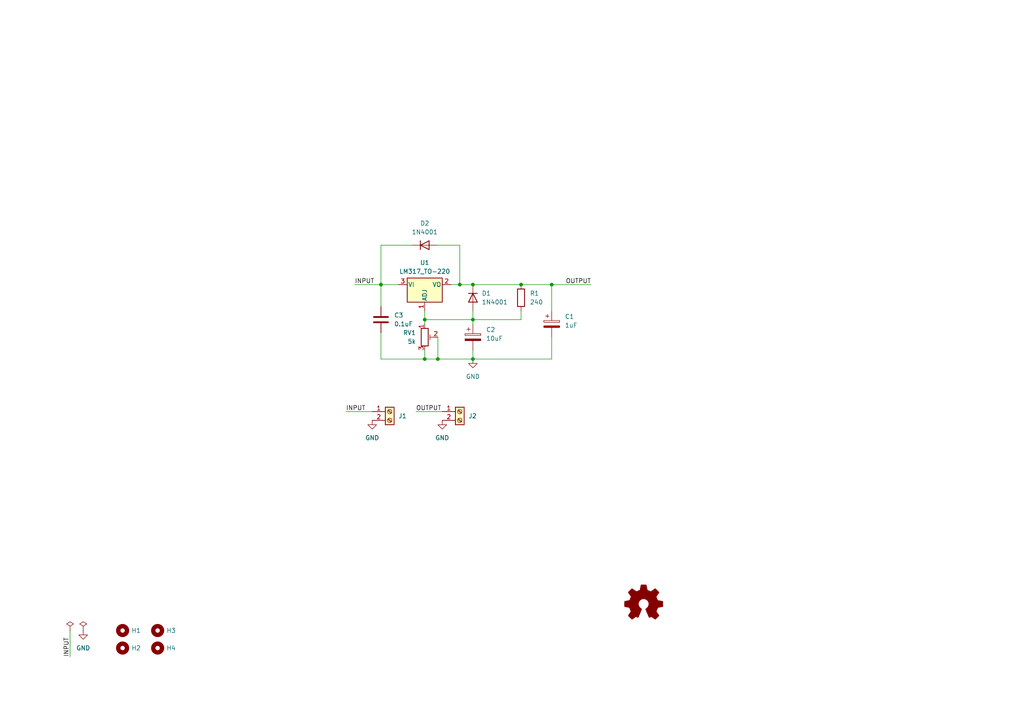
<source format=kicad_sch>
(kicad_sch (version 20230121) (generator eeschema)
  (paper "A4")
  (lib_symbols
    (symbol "Connector:Screw_Terminal_01x02" (pin_names (offset 1.016) hide)
      (property "Reference" "J" (at 0 2.54 0))
      (property "Value" "Screw_Terminal_01x02" (at 0 -5.08 0))
      (symbol "Screw_Terminal_01x02_1_1"
        (rectangle (start -1.27 1.27) (end 1.27 -3.81) (stroke (width 0.254)) (fill (type background)))
        (circle (center 0 -2.54) (radius 0.635) (stroke (width 0.1524)))
        (polyline (pts (xy -0.5334 -2.2098) (xy 0.3302 -3.048)) (stroke (width 0.1524)))
        (polyline (pts (xy -0.5334 0.3302) (xy 0.3302 -0.508)) (stroke (width 0.1524)))
        (polyline (pts (xy -0.3556 -2.032) (xy 0.508 -2.8702)) (stroke (width 0.1524)))
        (polyline (pts (xy -0.3556 0.508) (xy 0.508 -0.3302)) (stroke (width 0.1524)))
        (circle (center 0 0) (radius 0.635) (stroke (width 0.1524)))
        (pin passive line (at -5.08 0 0) (length 3.81) (name "Pin_1") (number "1"))
        (pin passive line (at -5.08 -2.54 0) (length 3.81) (name "Pin_2") (number "2"))
      )
    )
    (symbol "Device:C" (pin_numbers hide) (pin_names (offset 0.254))
      (property "Reference" "C" (at 0.635 2.54 0))
      (property "Value" "C" (at 0.635 -2.54 0))
      (symbol "C_0_1"
        (polyline (pts (xy -2.032 -0.762) (xy 2.032 -0.762)) (stroke (width 0.508)))
        (polyline (pts (xy -2.032 0.762) (xy 2.032 0.762)) (stroke (width 0.508)))
      )
      (symbol "C_1_1"
        (pin passive line (at 0 3.81 270) (length 2.794) (name "~") (number "1"))
        (pin passive line (at 0 -3.81 90) (length 2.794) (name "~") (number "2"))
      )
    )
    (symbol "Device:C_Polarized" (pin_numbers hide) (pin_names (offset 0.254))
      (property "Reference" "C" (at 0.635 2.54 0))
      (property "Value" "C_Polarized" (at 0.635 -2.54 0))
      (symbol "C_Polarized_0_1"
        (rectangle (start -2.286 0.508) (end 2.286 1.016))
        (polyline (pts (xy -1.778 2.286) (xy -0.762 2.286)))
        (polyline (pts (xy -1.27 2.794) (xy -1.27 1.778)))
        (rectangle (start 2.286 -0.508) (end -2.286 -1.016) (fill (type outline)))
      )
      (symbol "C_Polarized_1_1"
        (pin passive line (at 0 3.81 270) (length 2.794) (name "~") (number "1"))
        (pin passive line (at 0 -3.81 90) (length 2.794) (name "~") (number "2"))
      )
    )
    (symbol "Device:R" (pin_numbers hide) (pin_names (offset 0))
      (property "Reference" "R" (at 2.032 0 90))
      (property "Value" "R" (at 0 0 90))
      (symbol "R_0_1"
        (rectangle (start -1.016 -2.54) (end 1.016 2.54) (stroke (width 0.254)))
      )
      (symbol "R_1_1"
        (pin passive line (at 0 3.81 270) (length 1.27) (name "~") (number "1"))
        (pin passive line (at 0 -3.81 90) (length 1.27) (name "~") (number "2"))
      )
    )
    (symbol "Device:R_Potentiometer_Trim" (pin_names (offset 1.016) hide)
      (property "Reference" "RV" (at -4.445 0 90))
      (property "Value" "R_Potentiometer_Trim" (at -2.54 0 90))
      (symbol "R_Potentiometer_Trim_0_1"
        (polyline (pts (xy 1.524 0.762) (xy 1.524 -0.762)))
        (polyline (pts (xy 2.54 0) (xy 1.524 0)))
        (rectangle (start 1.016 2.54) (end -1.016 -2.54) (stroke (width 0.254)))
      )
      (symbol "R_Potentiometer_Trim_1_1"
        (pin passive line (at 0 3.81 270) (length 1.27) (name "1") (number "1"))
        (pin passive line (at 3.81 0 180) (length 1.27) (name "2") (number "2"))
        (pin passive line (at 0 -3.81 90) (length 1.27) (name "3") (number "3"))
      )
    )
    (symbol "Diode:1N4001" (pin_numbers hide) (pin_names hide)
      (property "Reference" "D" (at 0 2.54 0))
      (property "Value" "1N4001" (at 0 -2.54 0))
      (symbol "1N4001_0_1"
        (polyline (pts (xy -1.27 1.27) (xy -1.27 -1.27)) (stroke (width 0.254)))
        (polyline (pts (xy 1.27 0) (xy -1.27 0)))
        (polyline (pts (xy 1.27 1.27) (xy 1.27 -1.27) (xy -1.27 0) (xy 1.27 1.27)) (stroke (width 0.254)))
      )
      (symbol "1N4001_1_1"
        (pin passive line (at -3.81 0 0) (length 2.54) (name "K") (number "1"))
        (pin passive line (at 3.81 0 180) (length 2.54) (name "A") (number "2"))
      )
    )
    (symbol "Graphic:Logo_Open_Hardware_Small" (in_bom no) (on_board no)
      (symbol "Logo_Open_Hardware_Small_0_1"
        (polyline (pts (xy 3.3528 -4.3434) (xy 3.302 -4.318) (xy 3.175 -4.2418) (xy 2.9972 -4.1148) (xy 2.7686 -3.9624) (xy 2.54 -3.81) (xy 2.3622 -3.7084) (xy 2.2352 -3.6068) (xy 2.1844 -3.5814) (xy 2.159 -3.6068) (xy 2.0574 -3.6576) (xy 1.905 -3.7338) (xy 1.8034 -3.7846) (xy 1.6764 -3.8354) (xy 1.6002 -3.8354) (xy 1.6002 -3.8354) (xy 1.5494 -3.7338) (xy 1.4732 -3.5306) (xy 1.3462 -3.302) (xy 1.2446 -3.0226) (xy 1.1176 -2.7178) (xy 0.9652 -2.413) (xy 0.8636 -2.1082) (xy 0.7366 -1.8288) (xy 0.6604 -1.6256) (xy 0.6096 -1.4732) (xy 0.5842 -1.397) (xy 0.5842 -1.397) (xy 0.6604 -1.3208) (xy 0.7874 -1.2446) (xy 1.0414 -1.016) (xy 1.2954 -0.6858) (xy 1.4478 -0.3302) (xy 1.524 0.0762) (xy 1.4732 0.4572) (xy 1.3208 0.8128) (xy 1.0668 1.143) (xy 0.762 1.3716) (xy 0.4064 1.524) (xy 0 1.5748) (xy -0.381 1.5494) (xy -0.7366 1.397) (xy -1.0668 1.143) (xy -1.2192 0.9906) (xy -1.397 0.6604) (xy -1.524 0.3048) (xy -1.524 0.2286) (xy -1.4986 -0.1778) (xy -1.397 -0.5334) (xy -1.1938 -0.8636) (xy -0.9144 -1.143) (xy -0.8636 -1.1684) (xy -0.7366 -1.27) (xy -0.635 -1.3462) (xy -0.5842 -1.397) (xy -1.0668 -2.5908) (xy -1.143 -2.794) (xy -1.2954 -3.1242) (xy -1.397 -3.4036) (xy -1.4986 -3.6322) (xy -1.5748 -3.7846) (xy -1.6002 -3.8354) (xy -1.6002 -3.8354) (xy -1.651 -3.8354) (xy -1.7272 -3.81) (xy -1.905 -3.7338) (xy -2.0066 -3.683) (xy -2.1336 -3.6068) (xy -2.2098 -3.5814) (xy -2.2606 -3.6068) (xy -2.3622 -3.683) (xy -2.54 -3.81) (xy -2.7686 -3.9624) (xy -2.9718 -4.0894) (xy -3.1496 -4.2164) (xy -3.302 -4.318) (xy -3.3528 -4.3434) (xy -3.3782 -4.3434) (xy -3.429 -4.318) (xy -3.5306 -4.2164) (xy -3.7084 -4.064) (xy -3.937 -3.8354) (xy -3.9624 -3.81) (xy -4.1656 -3.6068) (xy -4.318 -3.4544) (xy -4.4196 -3.3274) (xy -4.445 -3.2766) (xy -4.445 -3.2766) (xy -4.4196 -3.2258) (xy -4.318 -3.0734) (xy -4.2164 -2.8956) (xy -4.064 -2.667) (xy -3.6576 -2.0828) (xy -3.8862 -1.5494) (xy -3.937 -1.3716) (xy -4.0386 -1.1684) (xy -4.0894 -1.0414) (xy -4.1148 -0.9652) (xy -4.191 -0.9398) (xy -4.318 -0.9144) (xy -4.5466 -0.8636) (xy -4.8006 -0.8128) (xy -5.0546 -0.7874) (xy -5.2578 -0.7366) (xy -5.4356 -0.7112) (xy -5.5118 -0.6858) (xy -5.5118 -0.6858) (xy -5.5372 -0.635) (xy -5.5372 -0.5588) (xy -5.5372 -0.4318) (xy -5.5626 -0.2286) (xy -5.5626 0.0762) (xy -5.5626 0.127) (xy -5.5372 0.4064) (xy -5.5372 0.635) (xy -5.5372 0.762) (xy -5.5372 0.8382) (xy -5.5372 0.8382) (xy -5.461 0.8382) (xy -5.3086 0.889) (xy -5.08 0.9144) (xy -4.826 0.9652) (xy -4.8006 0.9906) (xy -4.5466 1.0414) (xy -4.318 1.0668) (xy -4.1656 1.1176) (xy -4.0894 1.143) (xy -4.0894 1.143) (xy -4.0386 1.2446) (xy -3.9624 1.4224) (xy -3.8608 1.6256) (xy -3.7846 1.8288) (xy -3.7084 2.0066) (xy -3.6576 2.159) (xy -3.6322 2.2098) (xy -3.6322 2.2098) (xy -3.683 2.286) (xy -3.7592 2.413) (xy -3.8862 2.5908) (xy -4.064 2.8194) (xy -4.064 2.8448) (xy -4.2164 3.0734) (xy -4.3434 3.2512) (xy -4.4196 3.3782) (xy -4.445 3.4544) (xy -4.445 3.4544) (xy -4.3942 3.5052) (xy -4.2926 3.6322) (xy -4.1148 3.81) (xy -3.937 4.0132) (xy -3.8608 4.064) (xy -3.6576 4.2926) (xy -3.5052 4.4196) (xy -3.4036 4.4958) (xy -3.3528 4.5212) (xy -3.3528 4.5212) (xy -3.302 4.4704) (xy -3.1496 4.3688) (xy -2.9718 4.2418) (xy -2.7432 4.0894) (xy -2.7178 4.0894) (xy -2.4892 3.937) (xy -2.3114 3.81) (xy -2.1844 3.7084) (xy -2.1336 3.683) (xy -2.1082 3.683) (xy -2.032 3.7084) (xy -1.8542 3.7592) (xy -1.6764 3.8354) (xy -1.4732 3.937) (xy -1.27 4.0132) (xy -1.143 4.064) (xy -1.0668 4.1148) (xy -1.0668 4.1148) (xy -1.0414 4.191) (xy -1.016 4.3434) (xy -0.9652 4.572) (xy -0.9144 4.8514) (xy -0.889 4.9022) (xy -0.8382 5.1562) (xy -0.8128 5.3848) (xy -0.7874 5.5372) (xy -0.762 5.588) (xy -0.7112 5.6134) (xy -0.5842 5.6134) (xy -0.4064 5.6134) (xy -0.1524 5.6134) (xy 0.0762 5.6134) (xy 0.3302 5.6134) (xy 0.5334 5.6134) (xy 0.6858 5.588) (xy 0.7366 5.588) (xy 0.7366 5.588) (xy 0.762 5.5118) (xy 0.8128 5.334) (xy 0.8382 5.1054) (xy 0.9144 4.826) (xy 0.9144 4.7752) (xy 0.9652 4.5212) (xy 1.016 4.2926) (xy 1.0414 4.1402) (xy 1.0668 4.0894) (xy 1.0668 4.0894) (xy 1.1938 4.0386) (xy 1.3716 3.9624) (xy 1.5748 3.8608) (xy 2.0828 3.6576) (xy 2.7178 4.0894) (xy 2.7686 4.1402) (xy 2.9972 4.2926) (xy 3.175 4.4196) (xy 3.302 4.4958) (xy 3.3782 4.5212) (xy 3.3782 4.5212) (xy 3.429 4.4704) (xy 3.556 4.3434) (xy 3.7338 4.191) (xy 3.9116 3.9878) (xy 4.064 3.8354) (xy 4.2418 3.6576) (xy 4.3434 3.556) (xy 4.4196 3.4798) (xy 4.4196 3.429) (xy 4.4196 3.4036) (xy 4.3942 3.3274) (xy 4.2926 3.2004) (xy 4.1656 2.9972) (xy 4.0132 2.794) (xy 3.8862 2.5908) (xy 3.7592 2.3876) (xy 3.6576 2.2352) (xy 3.6322 2.159) (xy 3.6322 2.1336) (xy 3.683 2.0066) (xy 3.7592 1.8288) (xy 3.8608 1.6002) (xy 4.064 1.1176) (xy 4.3942 1.0414) (xy 4.5974 1.016) (xy 4.8768 0.9652) (xy 5.1308 0.9144) (xy 5.5372 0.8382) (xy 5.5626 -0.6604) (xy 5.4864 -0.6858) (xy 5.4356 -0.6858) (xy 5.2832 -0.7366) (xy 5.0546 -0.762) (xy 4.8006 -0.8128) (xy 4.5974 -0.8636) (xy 4.3688 -0.9144) (xy 4.2164 -0.9398) (xy 4.1402 -0.9398) (xy 4.1148 -0.9652) (xy 4.064 -1.0668) (xy 3.9878 -1.2446) (xy 3.9116 -1.4478) (xy 3.81 -1.651) (xy 3.7338 -1.8542) (xy 3.683 -2.0066) (xy 3.6576 -2.0828) (xy 3.683 -2.1336) (xy 3.7846 -2.2606) (xy 3.8862 -2.4638) (xy 4.0386 -2.667) (xy 4.191 -2.8956) (xy 4.318 -3.0734) (xy 4.3942 -3.2004) (xy 4.445 -3.2766) (xy 4.4196 -3.3274) (xy 4.3434 -3.429) (xy 4.1656 -3.5814) (xy 3.937 -3.8354) (xy 3.8862 -3.8608) (xy 3.683 -4.064) (xy 3.5306 -4.2164) (xy 3.4036 -4.318) (xy 3.3528 -4.3434)) (fill (type outline)))
      )
    )
    (symbol "Mechanical:MountingHole" (pin_names (offset 1.016))
      (property "Reference" "H" (at 0 5.08 0))
      (property "Value" "MountingHole" (at 0 3.175 0))
      (symbol "MountingHole_0_1"
        (circle (center 0 0) (radius 1.27) (stroke (width 1.27)))
      )
    )
    (symbol "Regulator_Linear:LM317_TO-220" (pin_names (offset 0.254))
      (property "Reference" "U" (at -3.81 3.175 0))
      (property "Value" "LM317_TO-220" (at 0 3.175 0))
      (symbol "LM317_TO-220_0_1"
        (rectangle (start -5.08 1.905) (end 5.08 -5.08) (stroke (width 0.254)) (fill (type background)))
      )
      (symbol "LM317_TO-220_1_1"
        (pin input line (at 0 -7.62 90) (length 2.54) (name "ADJ") (number "1"))
        (pin power_out line (at 7.62 0 180) (length 2.54) (name "VO") (number "2"))
        (pin power_in line (at -7.62 0 0) (length 2.54) (name "VI") (number "3"))
      )
    )
    (symbol "power:GND" (power) (pin_names (offset 0))
      (property "Value" "GND" (at 0 -3.81 0))
      (symbol "GND_0_1"
        (polyline (pts (xy 0 0) (xy 0 -1.27) (xy 1.27 -1.27) (xy 0 -2.54) (xy -1.27 -1.27) (xy 0 -1.27)))
      )
      (symbol "GND_1_1"
        (pin power_in line (at 0 0 270) (length 0) hide (name "GND") (number "1"))
      )
    )
    (symbol "power:PWR_FLAG" (power) (pin_numbers hide) (pin_names (offset 0) hide)
      (property "Value" "PWR_FLAG" (at 0 3.81 0))
      (symbol "PWR_FLAG_0_0"
        (pin power_out line (at 0 0 90) (length 0) (name "pwr") (number "1"))
      )
      (symbol "PWR_FLAG_0_1"
        (polyline (pts (xy 0 0) (xy 0 1.27) (xy -1.016 1.905) (xy 0 2.54) (xy 1.016 1.905) (xy 0 1.27)))
      )
    )
  )
  (junction (at 123.19 92.71))
  (junction (at 137.16 92.71))
  (junction (at 123.19 104.14))
  (junction (at 110.49 82.55))
  (junction (at 151.13 82.55))
  (junction (at 133.35 82.55))
  (junction (at 127 104.14))
  (junction (at 137.16 104.14))
  (junction (at 160.02 82.55))
  (junction (at 137.16 82.55))
  (wire (pts (xy 100.33 119.38) (xy 107.95 119.38)))
  (wire (pts (xy 133.35 82.55) (xy 137.16 82.55)))
  (wire (pts (xy 102.87 82.55) (xy 110.49 82.55)))
  (wire (pts (xy 123.19 104.14) (xy 110.49 104.14)))
  (wire (pts (xy 151.13 82.55) (xy 160.02 82.55)))
  (wire (pts (xy 133.35 71.12) (xy 133.35 82.55)))
  (wire (pts (xy 123.19 104.14) (xy 127 104.14)))
  (wire (pts (xy 137.16 82.55) (xy 151.13 82.55)))
  (wire (pts (xy 127 97.79) (xy 127 104.14)))
  (wire (pts (xy 137.16 101.6) (xy 137.16 104.14)))
  (wire (pts (xy 137.16 92.71) (xy 137.16 93.98)))
  (wire (pts (xy 119.38 71.12) (xy 110.49 71.12)))
  (wire (pts (xy 120.65 119.38) (xy 128.27 119.38)))
  (wire (pts (xy 127 104.14) (xy 137.16 104.14)))
  (wire (pts (xy 110.49 96.52) (xy 110.49 104.14)))
  (wire (pts (xy 151.13 92.71) (xy 137.16 92.71)))
  (wire (pts (xy 130.81 82.55) (xy 133.35 82.55)))
  (wire (pts (xy 110.49 82.55) (xy 115.57 82.55)))
  (wire (pts (xy 137.16 104.14) (xy 160.02 104.14)))
  (wire (pts (xy 127 71.12) (xy 133.35 71.12)))
  (wire (pts (xy 123.19 90.17) (xy 123.19 92.71)))
  (wire (pts (xy 160.02 97.79) (xy 160.02 104.14)))
  (wire (pts (xy 137.16 90.17) (xy 137.16 92.71)))
  (wire (pts (xy 20.32 182.88) (xy 20.32 190.5)))
  (wire (pts (xy 123.19 101.6) (xy 123.19 104.14)))
  (wire (pts (xy 151.13 90.17) (xy 151.13 92.71)))
  (wire (pts (xy 123.19 92.71) (xy 137.16 92.71)))
  (wire (pts (xy 160.02 82.55) (xy 171.45 82.55)))
  (wire (pts (xy 110.49 71.12) (xy 110.49 82.55)))
  (wire (pts (xy 123.19 92.71) (xy 123.19 93.98)))
  (wire (pts (xy 110.49 88.9) (xy 110.49 82.55)))
  (wire (pts (xy 160.02 82.55) (xy 160.02 90.17)))
  (label "INPUT" (at 100.33 119.38 0))
  (label "INPUT" (at 102.87 82.55 0))
  (label "INPUT" (at 20.32 190.5 90))
  (label "OUTPUT" (at 120.65 119.38 0))
  (label "OUTPUT" (at 171.45 82.55 180))
  (symbol (lib_id "Mechanical:MountingHole") (at 35.56 187.96 0) (unit 1)
    (property "Reference" "H2" (at 38.1 187.96 0) (effects (justify left)))
    (property "Value" "MountingHole" (effects hide))
    (property "Footprint" "MountingHole:MountingHole_2.1mm" (effects hide))
  )
  (symbol (lib_id "Connector:Screw_Terminal_01x02") (at 133.35 119.38 0) (unit 1)
    (property "Reference" "J2" (at 135.89 120.65 0) (effects (justify left)))
    (property "Value" "Output" (effects hide))
    (property "Footprint" "TerminalBlock:TerminalBlock_bornier-2_P5.08mm" (effects hide))
  )
  (symbol (lib_id "Diode:1N4001") (at 137.16 86.36 270) (unit 1)
    (property "Reference" "D1" (at 139.7 85.09 90) (effects (justify left)))
    (property "Value" "1N4001" (at 139.7 87.63 90) (effects (justify left)))
    (property "Footprint" "Diode_THT:D_DO-41_SOD81_P10.16mm_Horizontal" (effects hide))
    (property "Datasheet" "http://www.vishay.com/docs/88503/1n4001.pdf" (effects hide))
    (property "Sim.Device" "D" (effects hide))
    (property "Sim.Pins" "1=K 2=A" (effects hide))
  )
  (symbol (lib_id "Mechanical:MountingHole") (at 35.56 182.88 0) (unit 1)
    (property "Reference" "H1" (at 38.1 182.88 0) (effects (justify left)))
    (property "Value" "MountingHole" (effects hide))
    (property "Footprint" "MountingHole:MountingHole_2.1mm" (effects hide))
  )
  (symbol (lib_id "Mechanical:MountingHole") (at 45.72 182.88 0) (unit 1)
    (property "Reference" "H3" (at 48.26 182.88 0) (effects (justify left)))
    (property "Value" "MountingHole" (effects hide))
    (property "Footprint" "MountingHole:MountingHole_2.1mm" (effects hide))
  )
  (symbol (lib_id "Device:R") (at 151.13 86.36 0) (unit 1)
    (property "Reference" "R1" (at 153.67 85.09 0) (effects (justify left)))
    (property "Value" "240" (at 153.67 87.63 0) (effects (justify left)))
    (property "Footprint" "Resistor_THT:R_Axial_DIN0207_L6.3mm_D2.5mm_P10.16mm_Horizontal" (effects hide))
  )
  (symbol (lib_id "Graphic:Logo_Open_Hardware_Small") (at 186.69 175.26 0) (unit 1) (in_bom no)
    (property "Reference" "SYM1" (effects hide))
    (property "Value" "Logo_Open_Hardware_Small" (effects hide))
    (property "Footprint" "Symbol:OSHW-Symbol_6.7x6mm_Copper" (effects hide))
    (property "Sim.Enable" "0" (effects hide))
  )
  (symbol (lib_id "Device:C") (at 110.49 92.71 0) (unit 1)
    (property "Reference" "C3" (at 114.3 91.44 0) (effects (justify left)))
    (property "Value" "0.1uF" (at 114.3 93.98 0) (effects (justify left)))
    (property "Footprint" "Capacitor_THT:C_Disc_D8.0mm_W5.0mm_P5.00mm" (effects hide))
  )
  (symbol (lib_id "Device:R_Potentiometer_Trim") (at 123.19 97.79 0) (unit 1)
    (property "Reference" "RV1" (at 120.65 96.52 0) (effects (justify right)))
    (property "Value" "5k" (at 120.65 99.06 0) (effects (justify right)))
    (property "Footprint" "Potentiometer_THT:Potentiometer_Bourns_3296W_Vertical" (effects hide))
  )
  (symbol (lib_id "Device:C_Polarized") (at 160.02 93.98 0) (unit 1)
    (property "Reference" "C1" (at 163.83 91.821 0) (effects (justify left)))
    (property "Value" "1uF" (at 163.83 94.361 0) (effects (justify left)))
    (property "Footprint" "Capacitor_THT:CP_Radial_D5.0mm_P2.50mm" (effects hide))
  )
  (symbol (lib_id "Device:C_Polarized") (at 137.16 97.79 0) (unit 1)
    (property "Reference" "C2" (at 140.97 95.631 0) (effects (justify left)))
    (property "Value" "10uF" (at 140.97 98.171 0) (effects (justify left)))
    (property "Footprint" "Capacitor_THT:CP_Radial_D5.0mm_P2.50mm" (effects hide))
  )
  (symbol (lib_id "Connector:Screw_Terminal_01x02") (at 113.03 119.38 0) (unit 1)
    (property "Reference" "J1" (at 115.57 120.65 0) (effects (justify left)))
    (property "Value" "Input" (effects hide))
    (property "Footprint" "TerminalBlock:TerminalBlock_bornier-2_P5.08mm" (effects hide))
  )
  (symbol (lib_id "power:GND") (at 24.13 182.88 0) (unit 1)
    (property "Reference" "#PWR02" (effects hide))
    (property "Value" "GND" (at 24.13 187.96 0))
  )
  (symbol (lib_id "power:PWR_FLAG") (at 20.32 182.88 0) (unit 1)
    (property "Reference" "#FLG02" (effects hide))
    (property "Value" "PWR_FLAG" (effects hide))
  )
  (symbol (lib_id "power:GND") (at 128.27 121.92 0) (unit 1)
    (property "Reference" "#PWR04" (effects hide))
    (property "Value" "GND" (at 128.27 127 0))
  )
  (symbol (lib_id "power:GND") (at 107.95 121.92 0) (unit 1)
    (property "Reference" "#PWR03" (effects hide))
    (property "Value" "GND" (at 107.95 127 0))
  )
  (symbol (lib_id "Regulator_Linear:LM317_TO-220") (at 123.19 82.55 0) (unit 1)
    (property "Reference" "U1" (at 123.19 76.2 0))
    (property "Value" "LM317_TO-220" (at 123.19 78.74 0))
    (property "Footprint" "Package_TO_SOT_THT:TO-220-3_Vertical" (effects hide))
    (property "Datasheet" "http://www.ti.com/lit/ds/symlink/lm317.pdf" (effects hide))
  )
  (symbol (lib_id "Diode:1N4001") (at 123.19 71.12 0) (unit 1)
    (property "Reference" "D2" (at 123.19 64.77 0))
    (property "Value" "1N4001" (at 123.19 67.31 0))
    (property "Footprint" "Diode_THT:D_DO-41_SOD81_P10.16mm_Horizontal" (effects hide))
    (property "Datasheet" "http://www.vishay.com/docs/88503/1n4001.pdf" (effects hide))
    (property "Sim.Device" "D" (effects hide))
    (property "Sim.Pins" "1=K 2=A" (effects hide))
  )
  (symbol (lib_id "power:GND") (at 137.16 104.14 0) (unit 1)
    (property "Reference" "#PWR01" (effects hide))
    (property "Value" "GND" (at 137.16 109.22 0))
  )
  (symbol (lib_id "Mechanical:MountingHole") (at 45.72 187.96 0) (unit 1)
    (property "Reference" "H4" (at 48.26 187.96 0) (effects (justify left)))
    (property "Value" "MountingHole" (effects hide))
    (property "Footprint" "MountingHole:MountingHole_2.1mm" (effects hide))
  )
  (symbol (lib_id "power:PWR_FLAG") (at 24.13 182.88 0) (unit 1)
    (property "Reference" "#FLG01" (effects hide))
    (property "Value" "PWR_FLAG" (effects hide))
  )
)
</source>
